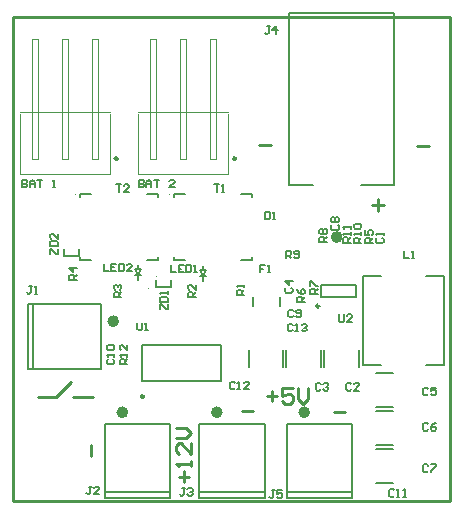
<source format=gto>
G04*
G04 #@! TF.GenerationSoftware,Altium Limited,Altium Designer,24.6.1 (21)*
G04*
G04 Layer_Color=65535*
%FSLAX44Y44*%
%MOMM*%
G71*
G04*
G04 #@! TF.SameCoordinates,BDBC2BC3-1C69-4059-88BB-952B3CEC59DC*
G04*
G04*
G04 #@! TF.FilePolarity,Positive*
G04*
G01*
G75*
%ADD10C,0.5000*%
%ADD11C,0.2500*%
%ADD12C,0.1000*%
%ADD13C,0.2000*%
%ADD14C,0.2540*%
%ADD15C,0.1520*%
D10*
X800000Y1809700D02*
G03*
X800000Y1809700I-2500J0D01*
G01*
X618500Y1661300D02*
G03*
X618500Y1661300I-2500J0D01*
G01*
X698500D02*
G03*
X698500Y1661300I-2500J0D01*
G01*
X772500D02*
G03*
X772500Y1661300I-2500J0D01*
G01*
X610800Y1738400D02*
G03*
X610800Y1738400I-2500J0D01*
G01*
D11*
X782750Y1751250D02*
G03*
X782750Y1751250I-1250J0D01*
G01*
X634250Y1674750D02*
G03*
X634250Y1674750I-1250J0D01*
G01*
X712030Y1876000D02*
G03*
X712030Y1876000I-1250J0D01*
G01*
X612030D02*
G03*
X612030Y1876000I-1250J0D01*
G01*
D12*
X736000Y1818500D02*
G03*
X736000Y1818500I-500J0D01*
G01*
X645150Y1776190D02*
G03*
X645150Y1776190I-500J0D01*
G01*
X656250Y1846000D02*
G03*
X656250Y1846000I-500J0D01*
G01*
X638250Y1766000D02*
G03*
X638250Y1766000I-500J0D01*
G01*
X576500Y1846000D02*
G03*
X576500Y1846000I-500J0D01*
G01*
X566900Y1802190D02*
G03*
X566900Y1802190I-500J0D01*
G01*
X693500Y1765000D02*
G03*
X693500Y1765000I-500J0D01*
G01*
X629500Y1915370D02*
X705700D01*
Y1863300D02*
Y1914100D01*
X629500Y1863300D02*
X705700D01*
X629500D02*
Y1914100D01*
X690460Y1876000D02*
X695540D01*
X665060D02*
X670140D01*
X639660D02*
X644740D01*
X639660Y1977600D02*
X644740D01*
Y1876000D02*
Y1977600D01*
X639660Y1876000D02*
Y1977600D01*
X665060D02*
X670140D01*
Y1876000D02*
Y1977600D01*
X665060Y1876000D02*
Y1977600D01*
X690460D02*
X695540D01*
Y1876000D02*
Y1977600D01*
X690460Y1876000D02*
Y1977600D01*
X529500Y1915370D02*
X605700D01*
Y1863300D02*
Y1914100D01*
X529500Y1863300D02*
X605700D01*
X529500D02*
Y1914100D01*
X590460Y1876000D02*
X595540D01*
X565060D02*
X570140D01*
X539660D02*
X544740D01*
X539660Y1977600D02*
X544740D01*
Y1876000D02*
Y1977600D01*
X539660Y1876000D02*
Y1977600D01*
X565060D02*
X570140D01*
Y1876000D02*
Y1977600D01*
X565060Y1876000D02*
Y1977600D01*
X590460D02*
X595540D01*
Y1876000D02*
Y1977600D01*
X590460Y1876000D02*
Y1977600D01*
D13*
X818050Y1854000D02*
X846400D01*
Y1999000D01*
X757050Y1854000D02*
Y1999000D01*
X846400D01*
X757050Y1854000D02*
X777050D01*
X601000Y1589000D02*
Y1651000D01*
X656400Y1589000D02*
Y1651000D01*
X601000D02*
X656400D01*
X601000Y1589000D02*
X656400D01*
X601000Y1593750D02*
X656400D01*
X830500Y1665400D02*
X845500D01*
X830500Y1694600D02*
X845500D01*
X830500Y1633400D02*
X845500D01*
X830500Y1662600D02*
X845500D01*
X830500Y1601400D02*
X845500D01*
X830500Y1630600D02*
X845500D01*
X888500Y1701000D02*
Y1777000D01*
X819500Y1701000D02*
Y1777000D01*
X873250D02*
X888500D01*
X873250Y1701000D02*
X888500D01*
X819500Y1777000D02*
X834750D01*
X819500Y1701000D02*
X834750D01*
X784500Y1759000D02*
X813500D01*
X784500Y1769000D02*
X813500D01*
X784500Y1759000D02*
Y1769000D01*
X813500Y1759000D02*
Y1769000D01*
X816100Y1699333D02*
Y1714333D01*
X786900Y1699333D02*
Y1714333D01*
X752100Y1699333D02*
Y1714333D01*
X722900Y1699333D02*
Y1714333D01*
X749500Y1751500D02*
Y1758500D01*
X726500Y1751500D02*
Y1758500D01*
X644650Y1767301D02*
Y1773651D01*
Y1767301D02*
X657350D01*
Y1773651D01*
X699500Y1687500D02*
Y1718500D01*
X632500Y1687500D02*
Y1718500D01*
X699500D01*
X632500Y1687500D02*
X699500D01*
X659750Y1843300D02*
Y1846000D01*
Y1790000D02*
Y1792700D01*
X725750Y1843300D02*
Y1846000D01*
Y1790000D02*
Y1792700D01*
X659750Y1846000D02*
X668900D01*
X716600D02*
X725750D01*
X659750Y1790000D02*
X668900D01*
X716600D02*
X725750D01*
X628860Y1782540D02*
Y1786350D01*
Y1773650D02*
Y1777460D01*
X631400Y1782540D01*
X626320D02*
X631400D01*
X626320D02*
X628860Y1777460D01*
X626320D02*
X631400D01*
X580000Y1843300D02*
Y1846000D01*
Y1790000D02*
Y1792700D01*
X646000Y1843300D02*
Y1846000D01*
Y1790000D02*
Y1792700D01*
X580000Y1846000D02*
X589150D01*
X636850D02*
X646000D01*
X580000Y1790000D02*
X589150D01*
X636850D02*
X646000D01*
X566400Y1793301D02*
Y1799651D01*
Y1793301D02*
X579100D01*
Y1799651D01*
X681000Y1589000D02*
Y1651000D01*
X736400Y1589000D02*
Y1651000D01*
X681000D02*
X736400D01*
X681000Y1589000D02*
X736400D01*
X681000Y1593750D02*
X736400D01*
X755000Y1589000D02*
Y1651000D01*
X810400Y1589000D02*
Y1651000D01*
X755000D02*
X810400D01*
X755000Y1589000D02*
X810400D01*
X755000Y1593750D02*
X810400D01*
X681570Y1776460D02*
X686650D01*
X681570Y1781540D02*
X684110Y1776460D01*
X681570Y1781540D02*
X686650D01*
X684110Y1776460D02*
X686650Y1781540D01*
X684110Y1772650D02*
Y1776460D01*
Y1781540D02*
Y1785350D01*
X754900Y1699333D02*
Y1714333D01*
X784100Y1699333D02*
Y1714333D01*
X536000Y1753400D02*
X598000D01*
X536000Y1698000D02*
X598000D01*
Y1753400D01*
X536000Y1698000D02*
Y1753400D01*
X540750Y1698000D02*
Y1753400D01*
D14*
X574161Y1674161D02*
X591161D01*
X560161D02*
X572661Y1686661D01*
X544161Y1674161D02*
X560161D01*
X731540Y1887540D02*
X741697D01*
X865540Y1886540D02*
X875697D01*
X827540Y1836618D02*
X837697D01*
X832618Y1841697D02*
Y1831540D01*
X717540Y1662540D02*
X726204D01*
X795540Y1661540D02*
X804204D01*
X738540Y1675038D02*
X747204D01*
X742872Y1679370D02*
Y1670706D01*
X760200Y1681536D02*
X751536D01*
Y1675038D01*
X755868Y1677204D01*
X758034D01*
X760200Y1675038D01*
Y1670706D01*
X758034Y1668540D01*
X753702D01*
X751536Y1670706D01*
X764532Y1681536D02*
Y1672872D01*
X768864Y1668540D01*
X773195Y1672872D01*
Y1681536D01*
X589460Y1624540D02*
Y1633204D01*
X667962Y1602540D02*
Y1611204D01*
X663630Y1606872D02*
X672294D01*
X674460Y1615536D02*
Y1619868D01*
Y1617702D01*
X661464D01*
X663630Y1615536D01*
X674460Y1635029D02*
Y1626366D01*
X665796Y1635029D01*
X663630D01*
X661464Y1632863D01*
Y1628532D01*
X663630Y1626366D01*
X661464Y1639361D02*
X670128D01*
X674460Y1643693D01*
X670128Y1648025D01*
X661464D01*
X523000Y1586000D02*
X893000D01*
X523000Y1996000D02*
X893000D01*
Y1586000D02*
Y1996000D01*
X523000Y1586000D02*
Y1996000D01*
D15*
X744917Y1595249D02*
X742751D01*
X743834D01*
Y1589834D01*
X742751Y1588751D01*
X741668D01*
X740585Y1589834D01*
X751415Y1595249D02*
X747083D01*
Y1592000D01*
X749249Y1593083D01*
X750332D01*
X751415Y1592000D01*
Y1589834D01*
X750332Y1588751D01*
X748166D01*
X747083Y1589834D01*
X589917Y1598249D02*
X587751D01*
X588834D01*
Y1592834D01*
X587751Y1591751D01*
X586668D01*
X585585Y1592834D01*
X596415Y1591751D02*
X592083D01*
X596415Y1596083D01*
Y1597166D01*
X595332Y1598249D01*
X593166D01*
X592083Y1597166D01*
X760210Y1735166D02*
X759127Y1736249D01*
X756961D01*
X755878Y1735166D01*
Y1730834D01*
X756961Y1729751D01*
X759127D01*
X760210Y1730834D01*
X762375Y1729751D02*
X764541D01*
X763458D01*
Y1736249D01*
X762375Y1735166D01*
X767791D02*
X768873Y1736249D01*
X771039D01*
X772122Y1735166D01*
Y1734083D01*
X771039Y1733000D01*
X769956D01*
X771039D01*
X772122Y1731917D01*
Y1730834D01*
X771039Y1729751D01*
X768873D01*
X767791Y1730834D01*
X711210Y1686166D02*
X710127Y1687249D01*
X707961D01*
X706878Y1686166D01*
Y1681834D01*
X707961Y1680751D01*
X710127D01*
X711210Y1681834D01*
X713376Y1680751D02*
X715542D01*
X714458D01*
Y1687249D01*
X713376Y1686166D01*
X723122Y1680751D02*
X718791D01*
X723122Y1685083D01*
Y1686166D01*
X722039Y1687249D01*
X719874D01*
X718791Y1686166D01*
X668917Y1597249D02*
X666751D01*
X667834D01*
Y1591834D01*
X666751Y1590751D01*
X665668D01*
X664585Y1591834D01*
X671083Y1596166D02*
X672166Y1597249D01*
X674332D01*
X675415Y1596166D01*
Y1595083D01*
X674332Y1594000D01*
X673249D01*
X674332D01*
X675415Y1592917D01*
Y1591834D01*
X674332Y1590751D01*
X672166D01*
X671083Y1591834D01*
X799585Y1744249D02*
Y1738834D01*
X800668Y1737751D01*
X802834D01*
X803917Y1738834D01*
Y1744249D01*
X810415Y1737751D02*
X806083D01*
X810415Y1742083D01*
Y1743166D01*
X809332Y1744249D01*
X807166D01*
X806083Y1743166D01*
X620249Y1701878D02*
X613751D01*
Y1705127D01*
X614834Y1706210D01*
X617000D01*
X618083Y1705127D01*
Y1701878D01*
Y1704044D02*
X620249Y1706210D01*
Y1708376D02*
Y1710542D01*
Y1709458D01*
X613751D01*
X614834Y1708376D01*
X620249Y1718122D02*
Y1713790D01*
X615917Y1718122D01*
X614834D01*
X613751Y1717039D01*
Y1714874D01*
X614834Y1713790D01*
X809249Y1804961D02*
X802751D01*
Y1808210D01*
X803834Y1809293D01*
X806000D01*
X807083Y1808210D01*
Y1804961D01*
Y1807127D02*
X809249Y1809293D01*
Y1811458D02*
Y1813625D01*
Y1812542D01*
X802751D01*
X803834Y1811458D01*
X809249Y1816873D02*
Y1819039D01*
Y1817956D01*
X802751D01*
X803834Y1816873D01*
X818249Y1804878D02*
X811751D01*
Y1808127D01*
X812834Y1809210D01*
X815000D01*
X816083Y1808127D01*
Y1804878D01*
Y1807044D02*
X818249Y1809210D01*
Y1811375D02*
Y1813542D01*
Y1812458D01*
X811751D01*
X812834Y1811375D01*
Y1816790D02*
X811751Y1817874D01*
Y1820039D01*
X812834Y1821122D01*
X817166D01*
X818249Y1820039D01*
Y1817874D01*
X817166Y1816790D01*
X812834D01*
X754585Y1791751D02*
Y1798249D01*
X757834D01*
X758917Y1797166D01*
Y1795000D01*
X757834Y1793917D01*
X754585D01*
X756751D02*
X758917Y1791751D01*
X761083Y1792834D02*
X762166Y1791751D01*
X764332D01*
X765415Y1792834D01*
Y1797166D01*
X764332Y1798249D01*
X762166D01*
X761083Y1797166D01*
Y1796083D01*
X762166Y1795000D01*
X765415D01*
X789249Y1805585D02*
X782751D01*
Y1808834D01*
X783834Y1809917D01*
X786000D01*
X787083Y1808834D01*
Y1805585D01*
Y1807751D02*
X789249Y1809917D01*
X783834Y1812083D02*
X782751Y1813166D01*
Y1815332D01*
X783834Y1816415D01*
X784917D01*
X786000Y1815332D01*
X787083Y1816415D01*
X788166D01*
X789249Y1815332D01*
Y1813166D01*
X788166Y1812083D01*
X787083D01*
X786000Y1813166D01*
X784917Y1812083D01*
X783834D01*
X786000Y1813166D02*
Y1815332D01*
X781249Y1761585D02*
X774751D01*
Y1764834D01*
X775834Y1765917D01*
X778000D01*
X779083Y1764834D01*
Y1761585D01*
Y1763751D02*
X781249Y1765917D01*
X774751Y1768083D02*
Y1772415D01*
X775834D01*
X780166Y1768083D01*
X781249D01*
X770249Y1754585D02*
X763751D01*
Y1757834D01*
X764834Y1758917D01*
X767000D01*
X768083Y1757834D01*
Y1754585D01*
Y1756751D02*
X770249Y1758917D01*
X763751Y1765415D02*
X764834Y1763249D01*
X767000Y1761083D01*
X769166D01*
X770249Y1762166D01*
Y1764332D01*
X769166Y1765415D01*
X768083D01*
X767000Y1764332D01*
Y1761083D01*
X828249Y1804585D02*
X821751D01*
Y1807834D01*
X822834Y1808917D01*
X825000D01*
X826083Y1807834D01*
Y1804585D01*
Y1806751D02*
X828249Y1808917D01*
X821751Y1815415D02*
Y1811083D01*
X825000D01*
X823917Y1813249D01*
Y1814332D01*
X825000Y1815415D01*
X827166D01*
X828249Y1814332D01*
Y1812166D01*
X827166Y1811083D01*
X854668Y1798249D02*
Y1791751D01*
X859000D01*
X861166D02*
X863332D01*
X862249D01*
Y1798249D01*
X861166Y1797166D01*
X539510Y1768242D02*
X537344D01*
X538427D01*
Y1762827D01*
X537344Y1761744D01*
X536261D01*
X535178Y1762827D01*
X541676Y1761744D02*
X543842D01*
X542759D01*
Y1768242D01*
X541676Y1767159D01*
X846293Y1595166D02*
X845210Y1596249D01*
X843044D01*
X841961Y1595166D01*
Y1590834D01*
X843044Y1589751D01*
X845210D01*
X846293Y1590834D01*
X848459Y1589751D02*
X850624D01*
X849541D01*
Y1596249D01*
X848459Y1595166D01*
X853874Y1589751D02*
X856039D01*
X854957D01*
Y1596249D01*
X853874Y1595166D01*
X603834Y1706210D02*
X602751Y1705127D01*
Y1702961D01*
X603834Y1701878D01*
X608166D01*
X609249Y1702961D01*
Y1705127D01*
X608166Y1706210D01*
X609249Y1708376D02*
Y1710542D01*
Y1709458D01*
X602751D01*
X603834Y1708376D01*
Y1713790D02*
X602751Y1714874D01*
Y1717039D01*
X603834Y1718122D01*
X608166D01*
X609249Y1717039D01*
Y1714874D01*
X608166Y1713790D01*
X603834D01*
X760917Y1747166D02*
X759834Y1748249D01*
X757668D01*
X756585Y1747166D01*
Y1742834D01*
X757668Y1741751D01*
X759834D01*
X760917Y1742834D01*
X763083D02*
X764166Y1741751D01*
X766332D01*
X767415Y1742834D01*
Y1747166D01*
X766332Y1748249D01*
X764166D01*
X763083Y1747166D01*
Y1746083D01*
X764166Y1745000D01*
X767415D01*
X793834Y1819917D02*
X792751Y1818834D01*
Y1816668D01*
X793834Y1815585D01*
X798166D01*
X799249Y1816668D01*
Y1818834D01*
X798166Y1819917D01*
X793834Y1822083D02*
X792751Y1823166D01*
Y1825332D01*
X793834Y1826415D01*
X794917D01*
X796000Y1825332D01*
X797083Y1826415D01*
X798166D01*
X799249Y1825332D01*
Y1823166D01*
X798166Y1822083D01*
X797083D01*
X796000Y1823166D01*
X794917Y1822083D01*
X793834D01*
X796000Y1823166D02*
Y1825332D01*
X874917Y1616166D02*
X873834Y1617249D01*
X871668D01*
X870585Y1616166D01*
Y1611834D01*
X871668Y1610751D01*
X873834D01*
X874917Y1611834D01*
X877083Y1617249D02*
X881415D01*
Y1616166D01*
X877083Y1611834D01*
Y1610751D01*
X874917Y1651166D02*
X873834Y1652249D01*
X871668D01*
X870585Y1651166D01*
Y1646834D01*
X871668Y1645751D01*
X873834D01*
X874917Y1646834D01*
X881415Y1652249D02*
X879249Y1651166D01*
X877083Y1649000D01*
Y1646834D01*
X878166Y1645751D01*
X880332D01*
X881415Y1646834D01*
Y1647917D01*
X880332Y1649000D01*
X877083D01*
X874917Y1681166D02*
X873834Y1682249D01*
X871668D01*
X870585Y1681166D01*
Y1676834D01*
X871668Y1675751D01*
X873834D01*
X874917Y1676834D01*
X881415Y1682249D02*
X877083D01*
Y1679000D01*
X879249Y1680083D01*
X880332D01*
X881415Y1679000D01*
Y1676834D01*
X880332Y1675751D01*
X878166D01*
X877083Y1676834D01*
X754834Y1766917D02*
X753751Y1765834D01*
Y1763668D01*
X754834Y1762585D01*
X759166D01*
X760249Y1763668D01*
Y1765834D01*
X759166Y1766917D01*
X760249Y1772332D02*
X753751D01*
X757000Y1769083D01*
Y1773415D01*
X783917Y1685166D02*
X782834Y1686249D01*
X780668D01*
X779585Y1685166D01*
Y1680834D01*
X780668Y1679751D01*
X782834D01*
X783917Y1680834D01*
X786083Y1685166D02*
X787166Y1686249D01*
X789332D01*
X790415Y1685166D01*
Y1684083D01*
X789332Y1683000D01*
X788249D01*
X789332D01*
X790415Y1681917D01*
Y1680834D01*
X789332Y1679751D01*
X787166D01*
X786083Y1680834D01*
X809917Y1685166D02*
X808834Y1686249D01*
X806668D01*
X805585Y1685166D01*
Y1680834D01*
X806668Y1679751D01*
X808834D01*
X809917Y1680834D01*
X816415Y1679751D02*
X812083D01*
X816415Y1684083D01*
Y1685166D01*
X815332Y1686249D01*
X813166D01*
X812083Y1685166D01*
X831834Y1809000D02*
X830751Y1807917D01*
Y1805751D01*
X831834Y1804668D01*
X836166D01*
X837249Y1805751D01*
Y1807917D01*
X836166Y1809000D01*
X837249Y1811166D02*
Y1813332D01*
Y1812249D01*
X830751D01*
X831834Y1811166D01*
X554751Y1795336D02*
Y1799668D01*
X555834D01*
X560166Y1795336D01*
X561249D01*
Y1799668D01*
X554751Y1801834D02*
X561249D01*
Y1805083D01*
X560166Y1806166D01*
X555834D01*
X554751Y1805083D01*
Y1801834D01*
X561249Y1812664D02*
Y1808332D01*
X556917Y1812664D01*
X555834D01*
X554751Y1811581D01*
Y1809415D01*
X555834Y1808332D01*
X647751Y1748419D02*
Y1752751D01*
X648834D01*
X653166Y1748419D01*
X654249D01*
Y1752751D01*
X647751Y1754917D02*
X654249D01*
Y1758166D01*
X653166Y1759249D01*
X648834D01*
X647751Y1758166D01*
Y1754917D01*
X654249Y1761415D02*
Y1763581D01*
Y1762498D01*
X647751D01*
X648834Y1761415D01*
X628668Y1737249D02*
Y1731834D01*
X629751Y1730751D01*
X631917D01*
X633000Y1731834D01*
Y1737249D01*
X635166Y1730751D02*
X637332D01*
X636249D01*
Y1737249D01*
X635166Y1736166D01*
X610585Y1854249D02*
X614917D01*
X612751D01*
Y1847751D01*
X621415D02*
X617083D01*
X621415Y1852083D01*
Y1853166D01*
X620332Y1854249D01*
X618166D01*
X617083Y1853166D01*
X693668Y1854249D02*
X698000D01*
X695834D01*
Y1847751D01*
X700166D02*
X702332D01*
X701249D01*
Y1854249D01*
X700166Y1853166D01*
X719249Y1760668D02*
X712751D01*
Y1763917D01*
X713834Y1765000D01*
X716000D01*
X717083Y1763917D01*
Y1760668D01*
Y1762834D02*
X719249Y1765000D01*
Y1767166D02*
Y1769332D01*
Y1768249D01*
X712751D01*
X713834Y1767166D01*
X678249Y1758585D02*
X671751D01*
Y1761834D01*
X672834Y1762917D01*
X675000D01*
X676083Y1761834D01*
Y1758585D01*
Y1760751D02*
X678249Y1762917D01*
Y1769415D02*
Y1765083D01*
X673917Y1769415D01*
X672834D01*
X671751Y1768332D01*
Y1766166D01*
X672834Y1765083D01*
X615249Y1758585D02*
X608751D01*
Y1761834D01*
X609834Y1762917D01*
X612000D01*
X613083Y1761834D01*
Y1758585D01*
Y1760751D02*
X615249Y1762917D01*
X609834Y1765083D02*
X608751Y1766166D01*
Y1768332D01*
X609834Y1769415D01*
X610917D01*
X612000Y1768332D01*
Y1767249D01*
Y1768332D01*
X613083Y1769415D01*
X614166D01*
X615249Y1768332D01*
Y1766166D01*
X614166Y1765083D01*
X577249Y1773585D02*
X570751D01*
Y1776834D01*
X571834Y1777917D01*
X574000D01*
X575083Y1776834D01*
Y1773585D01*
Y1775751D02*
X577249Y1777917D01*
Y1783332D02*
X570751D01*
X574000Y1780083D01*
Y1784415D01*
X600087Y1787249D02*
Y1780751D01*
X604419D01*
X610917Y1787249D02*
X606585D01*
Y1780751D01*
X610917D01*
X606585Y1784000D02*
X608751D01*
X613083Y1787249D02*
Y1780751D01*
X616332D01*
X617415Y1781834D01*
Y1786166D01*
X616332Y1787249D01*
X613083D01*
X623913Y1780751D02*
X619581D01*
X623913Y1785083D01*
Y1786166D01*
X622830Y1787249D01*
X620664D01*
X619581Y1786166D01*
X657170Y1786249D02*
Y1779751D01*
X661502D01*
X668000Y1786249D02*
X663668D01*
Y1779751D01*
X668000D01*
X663668Y1783000D02*
X665834D01*
X670166Y1786249D02*
Y1779751D01*
X673415D01*
X674498Y1780834D01*
Y1785166D01*
X673415Y1786249D01*
X670166D01*
X676664Y1779751D02*
X678830D01*
X677747D01*
Y1786249D01*
X676664Y1785166D01*
X740917Y1988249D02*
X738751D01*
X739834D01*
Y1982834D01*
X738751Y1981751D01*
X737668D01*
X736585Y1982834D01*
X746332Y1981751D02*
Y1988249D01*
X743083Y1985000D01*
X747415D01*
X737000Y1786249D02*
X732668D01*
Y1783000D01*
X734834D01*
X732668D01*
Y1779751D01*
X739166D02*
X741332D01*
X740249D01*
Y1786249D01*
X739166Y1785166D01*
X736668Y1831249D02*
Y1824751D01*
X739917D01*
X741000Y1825834D01*
Y1830166D01*
X739917Y1831249D01*
X736668D01*
X743166Y1824751D02*
X745332D01*
X744249D01*
Y1831249D01*
X743166Y1830166D01*
X629838Y1858249D02*
Y1851751D01*
X633087D01*
X634170Y1852834D01*
Y1853917D01*
X633087Y1855000D01*
X629838D01*
X633087D01*
X634170Y1856083D01*
Y1857166D01*
X633087Y1858249D01*
X629838D01*
X636336Y1851751D02*
Y1856083D01*
X638502Y1858249D01*
X640668Y1856083D01*
Y1851751D01*
Y1855000D01*
X636336D01*
X642834Y1858249D02*
X647166D01*
X645000D01*
Y1851751D01*
X660162D02*
X655830D01*
X660162Y1856083D01*
Y1857166D01*
X659079Y1858249D01*
X656913D01*
X655830Y1857166D01*
X530921Y1858249D02*
Y1851751D01*
X534170D01*
X535253Y1852834D01*
Y1853917D01*
X534170Y1855000D01*
X530921D01*
X534170D01*
X535253Y1856083D01*
Y1857166D01*
X534170Y1858249D01*
X530921D01*
X537419Y1851751D02*
Y1856083D01*
X539585Y1858249D01*
X541751Y1856083D01*
Y1851751D01*
Y1855000D01*
X537419D01*
X543917Y1858249D02*
X548249D01*
X546083D01*
Y1851751D01*
X556913D02*
X559079D01*
X557996D01*
Y1858249D01*
X556913Y1857166D01*
M02*

</source>
